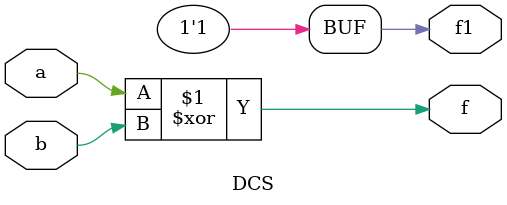
<source format=v>
module DCS(
    input a,
    input b,
    output f,
    output f1
);
assign f = a^b;
assign f1 = 1'b1;
endmodule

</source>
